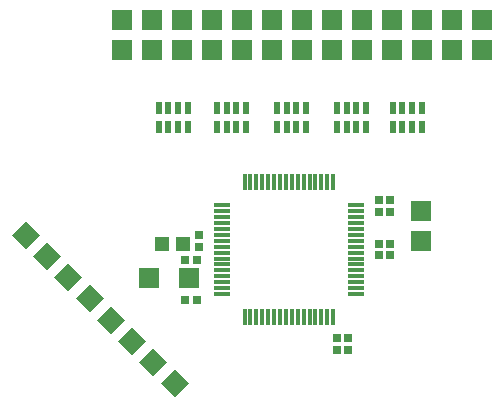
<source format=gbr>
%FSLAX25Y25*%
%MOIN*%
G04 EasyPC Gerber Version 18.0.8 Build 3632 *
%ADD147R,0.01781X0.05324*%
%ADD150R,0.02200X0.04100*%
%ADD13R,0.03000X0.03000*%
%ADD14R,0.04540X0.04930*%
%ADD20R,0.06600X0.06600*%
%ADD149R,0.06900X0.06900*%
%ADD148R,0.05324X0.01781*%
%ADD11R,0.03000X0.03000*%
%AMT21*0 Rectangle Pad at angle 45*21,1,0.06600,0.06600,0,0,45*%
%ADD21T21*%
X0Y0D02*
D02*
D11*
X83050Y38809D03*
Y52209D03*
X86950Y38809D03*
Y52209D03*
X133550Y22009D03*
Y26009D03*
X137450Y22009D03*
Y26009D03*
D02*
D13*
X87750Y56509D03*
Y60409D03*
X147550Y68109D03*
Y72009D03*
X147750Y53609D03*
Y57509D03*
X151250Y68209D03*
Y72109D03*
X151350Y53609D03*
Y57509D03*
D02*
D14*
X75350Y57409D03*
X82350D03*
D02*
D20*
X62150Y122109D03*
Y132109D03*
X72150Y122109D03*
Y132109D03*
X82150Y122109D03*
Y132109D03*
X92150Y122109D03*
Y132109D03*
X102150Y122109D03*
Y132109D03*
X112150Y122109D03*
Y132109D03*
X122150Y122109D03*
Y132109D03*
X132150Y122109D03*
Y132109D03*
X142150Y122109D03*
Y132109D03*
X152150Y122109D03*
Y132109D03*
X161550Y58509D03*
Y68509D03*
X162150Y122109D03*
Y132109D03*
X172150Y122109D03*
Y132109D03*
X182150Y122109D03*
Y132109D03*
D02*
D21*
X30001Y60457D03*
X37072Y53386D03*
X44143Y46315D03*
X51215Y39244D03*
X58285Y32173D03*
X65357Y25102D03*
X72428Y18031D03*
X79499Y10960D03*
D02*
D147*
X102850Y33068D03*
Y77949D03*
X104818Y33068D03*
Y77949D03*
X106787Y33068D03*
Y77949D03*
X108755Y33068D03*
Y77949D03*
X110724Y33068D03*
Y77949D03*
X112692Y33068D03*
Y77949D03*
X114661Y33068D03*
Y77949D03*
X116629Y33068D03*
Y77949D03*
X118598Y33068D03*
Y77949D03*
X120566Y33068D03*
Y77949D03*
X122535Y33068D03*
Y77949D03*
X124503Y33068D03*
Y77949D03*
X126472Y33068D03*
Y77949D03*
X128440Y33068D03*
Y77949D03*
X130409Y33068D03*
Y77949D03*
X132377Y33068D03*
Y77949D03*
D02*
D148*
X95173Y40745D03*
Y42713D03*
Y44682D03*
Y46650D03*
Y48619D03*
Y50587D03*
Y52556D03*
Y54524D03*
Y56493D03*
Y58461D03*
Y60430D03*
Y62398D03*
Y64367D03*
Y66335D03*
Y68304D03*
Y70272D03*
X140054Y40745D03*
Y42713D03*
Y44682D03*
Y46650D03*
Y48619D03*
Y50587D03*
Y52556D03*
Y54524D03*
Y56493D03*
Y58461D03*
Y60430D03*
Y62398D03*
Y64367D03*
Y66335D03*
Y68304D03*
Y70272D03*
D02*
D149*
X70850Y45909D03*
X84250D03*
D02*
D150*
X74250Y96259D03*
Y102759D03*
X77450Y96259D03*
Y102759D03*
X80650Y96259D03*
Y102759D03*
X83850Y96259D03*
Y102759D03*
X93750Y96259D03*
Y102759D03*
X96950Y96259D03*
Y102759D03*
X100150Y96259D03*
Y102759D03*
X103350Y96259D03*
Y102759D03*
X113650Y96259D03*
Y102759D03*
X116850Y96259D03*
Y102759D03*
X120050Y96259D03*
Y102759D03*
X123250Y96259D03*
Y102759D03*
X133750Y96259D03*
Y102759D03*
X136950Y96259D03*
Y102759D03*
X140150Y96259D03*
Y102759D03*
X143350Y96259D03*
Y102759D03*
X152250Y96259D03*
Y102759D03*
X155450Y96259D03*
Y102759D03*
X158650Y96259D03*
Y102759D03*
X161850Y96259D03*
Y102759D03*
X0Y0D02*
M02*

</source>
